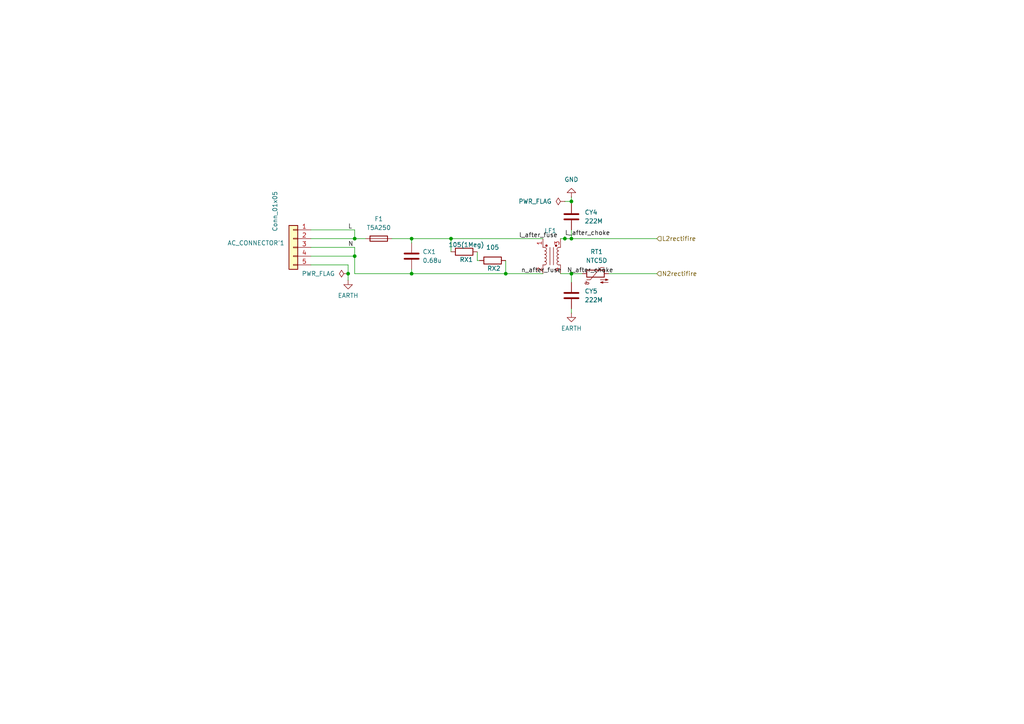
<source format=kicad_sch>
(kicad_sch (version 20250114) (generator "eeschema") (generator_version "9.0")
  (paper "A4")
  (lib_symbols
    (symbol "Connector_Generic:Conn_01x05" (pin_names (offset 1.016) (hide yes))
      (property "Reference" "J" (at 0 7.62 0))
      (property "Value" "Conn_01x05" (at 0 -7.62 0))
      (symbol "Conn_01x05_1_1"
        (rectangle (start -1.27 6.35) (end 1.27 -6.35) (stroke (width 0.254)) (fill (type background)))
        (rectangle (start -1.27 5.207) (end 0 4.953) (stroke (width 0.1524)))
        (rectangle (start -1.27 2.667) (end 0 2.413) (stroke (width 0.1524)))
        (rectangle (start -1.27 0.127) (end 0 -0.127) (stroke (width 0.1524)))
        (rectangle (start -1.27 -2.413) (end 0 -2.667) (stroke (width 0.1524)))
        (rectangle (start -1.27 -4.953) (end 0 -5.207) (stroke (width 0.1524)))
        (pin passive line (at -5.08 5.08 0) (length 3.81) (name "Pin_1") (number "1"))
        (pin passive line (at -5.08 2.54 0) (length 3.81) (name "Pin_2") (number "2"))
        (pin passive line (at -5.08 0 0) (length 3.81) (name "Pin_3") (number "3"))
        (pin passive line (at -5.08 -2.54 0) (length 3.81) (name "Pin_4") (number "4"))
        (pin passive line (at -5.08 -5.08 0) (length 3.81) (name "Pin_5") (number "5"))
      )
    )
    (symbol "Device:C" (pin_numbers (hide yes)) (pin_names (offset 0.254))
      (property "Reference" "C" (at 0.635 2.54 0))
      (property "Value" "C" (at 0.635 -2.54 0))
      (symbol "C_0_1"
        (polyline (pts (xy -2.032 0.762) (xy 2.032 0.762)) (stroke (width 0.508)))
        (polyline (pts (xy -2.032 -0.762) (xy 2.032 -0.762)) (stroke (width 0.508)))
      )
      (symbol "C_1_1"
        (pin passive line (at 0 3.81 270) (length 2.794) (name "~") (number "1"))
        (pin passive line (at 0 -3.81 90) (length 2.794) (name "~") (number "2"))
      )
    )
    (symbol "Device:Fuse" (pin_numbers (hide yes)) (pin_names (offset 0))
      (property "Reference" "F" (at 2.032 0 90))
      (property "Value" "Fuse" (at -1.905 0 90))
      (symbol "Fuse_0_1"
        (rectangle (start -0.762 -2.54) (end 0.762 2.54) (stroke (width 0.254)))
        (polyline (pts (xy 0 2.54) (xy 0 -2.54)))
      )
      (symbol "Fuse_1_1"
        (pin passive line (at 0 3.81 270) (length 1.27) (name "~") (number "1"))
        (pin passive line (at 0 -3.81 90) (length 1.27) (name "~") (number "2"))
      )
    )
    (symbol "Device:R" (pin_numbers (hide yes)) (pin_names (offset 0))
      (property "Reference" "R" (at 2.032 0 90))
      (property "Value" "R" (at 0 0 90))
      (symbol "R_0_1"
        (rectangle (start -1.016 -2.54) (end 1.016 2.54) (stroke (width 0.254)))
      )
      (symbol "R_1_1"
        (pin passive line (at 0 3.81 270) (length 1.27) (name "~") (number "1"))
        (pin passive line (at 0 -3.81 90) (length 1.27) (name "~") (number "2"))
      )
    )
    (symbol "Device:Thermistor_NTC" (pin_numbers (hide yes)) (pin_names (offset 0))
      (property "Reference" "TH" (at -4.445 0 90))
      (property "Value" "Thermistor_NTC" (at 3.175 0 90))
      (symbol "Thermistor_NTC_0_1"
        (arc (start -3.175 2.413) (mid -3.0506 2.3165) (end -3.048 2.159))
        (arc (start -3.048 2.794) (mid -2.9736 2.9736) (end -2.794 3.048))
        (arc (start -2.794 3.048) (mid -2.6144 2.9736) (end -2.54 2.794))
        (arc (start -2.794 2.54) (mid -2.9736 2.6144) (end -3.048 2.794))
        (arc (start -2.794 1.905) (mid -2.9736 1.9794) (end -3.048 2.159))
        (arc (start -2.54 2.159) (mid -2.6144 1.9794) (end -2.794 1.905))
        (arc (start -2.159 2.794) (mid -2.434 2.5608) (end -2.794 2.54))
        (polyline (pts (xy -2.54 2.159) (xy -2.54 2.794)))
        (polyline (pts (xy -2.54 -3.683) (xy -2.54 -1.397) (xy -2.794 -2.159) (xy -2.286 -2.159) (xy -2.54 -1.397) (xy -2.54 -1.651)) (fill (type outline)))
        (polyline (pts (xy -1.778 2.54) (xy -1.778 1.524) (xy 1.778 -1.524) (xy 1.778 -2.54)))
        (polyline (pts (xy -1.778 -1.397) (xy -1.778 -3.683) (xy -2.032 -2.921) (xy -1.524 -2.921) (xy -1.778 -3.683) (xy -1.778 -3.429)) (fill (type outline)))
        (rectangle (start -1.016 2.54) (end 1.016 -2.54) (stroke (width 0.254)))
      )
      (symbol "Thermistor_NTC_1_1"
        (pin passive line (at 0 3.81 270) (length 1.27) (name "~") (number "1"))
        (pin passive line (at 0 -3.81 90) (length 1.27) (name "~") (number "2"))
      )
    )
    (symbol "Filter:Choke_Schaffner_RN102-0.3-02-12M" (pin_names (hide yes))
      (property "Reference" "FL" (at 0 5.08 0))
      (property "Value" "Choke_Schaffner_RN102-0.3-02-12M" (at 0 -5.08 0))
      (symbol "Choke_Schaffner_RN102-0.3-02-12M_1_1"
        (circle (center -3.048 1.524) (radius 0.254) (fill (type outline)))
        (circle (center -3.048 -1.27) (radius 0.254) (fill (type outline)))
        (polyline (pts (xy -2.54 2.032) (xy -2.54 2.54)))
        (polyline (pts (xy -2.54 0.508) (xy 2.54 0.508)))
        (polyline (pts (xy -2.54 -2.032) (xy -2.54 -2.54)))
        (arc (start -1.524 2.032) (mid -2.032 1.5262) (end -2.54 2.032))
        (arc (start -2.54 -2.032) (mid -2.032 -1.5262) (end -1.524 -2.032))
        (arc (start -0.508 2.032) (mid -1.016 1.5262) (end -1.524 2.032))
        (arc (start -1.524 -2.032) (mid -1.016 -1.5262) (end -0.508 -2.032))
        (arc (start 0.508 2.032) (mid 0 1.5262) (end -0.508 2.032))
        (arc (start -0.508 -2.032) (mid 0 -1.5262) (end 0.508 -2.032))
        (arc (start 1.524 2.032) (mid 1.016 1.5262) (end 0.508 2.032))
        (arc (start 0.508 -2.032) (mid 1.016 -1.5262) (end 1.524 -2.032))
        (arc (start 2.54 2.032) (mid 2.032 1.5262) (end 1.524 2.032))
        (arc (start 1.524 -2.032) (mid 2.032 -1.5262) (end 2.54 -2.032))
        (polyline (pts (xy 2.54 2.54) (xy 2.54 2.032)))
        (polyline (pts (xy 2.54 -0.508) (xy -2.54 -0.508)))
        (polyline (pts (xy 2.54 -2.032) (xy 2.54 -2.54)))
        (pin passive line (at -5.08 2.54 0) (length 2.54) (name "1") (number "1"))
        (pin passive line (at -5.08 -2.54 0) (length 2.54) (name "3") (number "3"))
        (pin passive line (at 5.08 2.54 180) (length 2.54) (name "2") (number "2"))
        (pin passive line (at 5.08 -2.54 180) (length 2.54) (name "4") (number "4"))
      )
    )
    (symbol "power:GND" (power) (pin_numbers (hide yes)) (pin_names (offset 0) (hide yes))
      (property "Value" "GND" (at 0 -3.81 0))
      (symbol "GND_0_1"
        (polyline (pts (xy 0 0) (xy 0 -1.27) (xy 1.27 -1.27) (xy 0 -2.54) (xy -1.27 -1.27) (xy 0 -1.27)))
      )
      (symbol "GND_1_1"
        (pin power_in line (at 0 0 270) (length 0) (name "~") (number "1"))
      )
    )
    (symbol "power:PWR_FLAG" (power) (pin_numbers (hide yes)) (pin_names (offset 0) (hide yes))
      (property "Value" "PWR_FLAG" (at 0 3.81 0))
      (symbol "PWR_FLAG_0_0"
        (pin power_out line (at 0 0 90) (length 0) (name "~") (number "1"))
      )
      (symbol "PWR_FLAG_0_1"
        (polyline (pts (xy 0 0) (xy 0 1.27) (xy -1.016 1.905) (xy 0 2.54) (xy 1.016 1.905) (xy 0 1.27)))
      )
    )
  )
  (junction (at 146.685 79.375))
  (junction (at 165.735 79.375))
  (junction (at 102.87 69.215))
  (junction (at 163.83 69.215))
  (junction (at 119.38 69.215))
  (junction (at 102.87 74.295))
  (junction (at 119.38 79.375))
  (junction (at 165.735 69.215))
  (junction (at 130.81 69.215))
  (junction (at 100.965 79.375))
  (junction (at 165.735 58.42))
  (wire (pts (xy 138.43 75.565) (xy 139.065 75.565)))
  (wire (pts (xy 102.87 69.215) (xy 90.17 69.215)))
  (wire (pts (xy 165.735 79.375) (xy 165.735 81.915)))
  (wire (pts (xy 165.735 69.215) (xy 190.5 69.215)))
  (wire (pts (xy 119.38 69.215) (xy 130.81 69.215)))
  (wire (pts (xy 102.87 71.755) (xy 102.87 74.295)))
  (wire (pts (xy 102.87 74.295) (xy 102.87 79.375)))
  (wire (pts (xy 102.87 66.675) (xy 102.87 69.215)))
  (wire (pts (xy 90.17 71.755) (xy 102.87 71.755)))
  (wire (pts (xy 163.83 68.58) (xy 163.83 69.215)))
  (wire (pts (xy 119.38 79.375) (xy 119.38 78.105)))
  (wire (pts (xy 165.735 79.375) (xy 168.91 79.375)))
  (wire (pts (xy 119.38 69.215) (xy 119.38 70.485)))
  (wire (pts (xy 119.38 79.375) (xy 146.685 79.375)))
  (wire (pts (xy 138.43 73.025) (xy 138.43 75.565)))
  (wire (pts (xy 165.735 89.535) (xy 165.735 90.805)))
  (wire (pts (xy 146.685 79.375) (xy 157.48 79.375)))
  (wire (pts (xy 162.56 79.375) (xy 165.735 79.375)))
  (wire (pts (xy 162.56 69.215) (xy 163.83 69.215)))
  (wire (pts (xy 165.735 66.675) (xy 165.735 69.215)))
  (wire (pts (xy 106.045 69.215) (xy 102.87 69.215)))
  (wire (pts (xy 130.81 73.025) (xy 130.81 69.215)))
  (wire (pts (xy 163.83 58.42) (xy 165.735 58.42)))
  (wire (pts (xy 163.83 69.215) (xy 165.735 69.215)))
  (wire (pts (xy 113.665 69.215) (xy 119.38 69.215)))
  (wire (pts (xy 90.17 66.675) (xy 102.87 66.675)))
  (wire (pts (xy 100.965 81.28) (xy 100.965 79.375)))
  (wire (pts (xy 102.87 74.295) (xy 90.17 74.295)))
  (wire (pts (xy 146.685 75.565) (xy 146.685 79.375)))
  (wire (pts (xy 130.81 69.215) (xy 157.48 69.215)))
  (wire (pts (xy 165.735 57.15) (xy 165.735 58.42)))
  (wire (pts (xy 100.965 76.835) (xy 90.17 76.835)))
  (wire (pts (xy 119.38 79.375) (xy 102.87 79.375)))
  (wire (pts (xy 165.735 58.42) (xy 165.735 59.055)))
  (wire (pts (xy 100.965 79.375) (xy 100.965 76.835)))
  (wire (pts (xy 176.53 79.375) (xy 190.5 79.375)))
  (label "N" (at 100.965 71.755 0))
  (label "L" (at 100.965 66.675 0))
  (label "l_after_fuse" (at 150.495 69.215 0))
  (label "L_after_choke" (at 163.83 68.58 0))
  (label "n_after_fuse" (at 151.13 79.375 0))
  (label "N_after_choke" (at 164.465 79.375 0))
  (hierarchical_label "N2rectifire" (shape input) (at 190.5 79.375 0))
  (hierarchical_label "L2rectifire" (shape input) (at 190.5 69.215 0))
  (symbol (lib_id "power:GND") (at 165.735 57.15 180) (unit 1)
    (property "Reference" "#PWR03" (effects (hide yes)))
    (property "Value" "GND" (at 165.735 52.07 0))
    (property "Description" "Power symbol creates a global label with name \"GND\" , ground" (effects (hide yes)))
  )
  (symbol (lib_id "Connector_Generic:Conn_01x05") (at 85.09 71.755 0) (mirror y) (unit 1)
    (property "Reference" "AC_CONNECTOR'1" (at 82.55 70.4849 0) (effects (justify left)))
    (property "Value" "Conn_01x05" (at 79.756 67.183 90) (effects (justify left)))
    (property "Footprint" "TerminalBlock:TerminalBlock_MaiXu_MX126-5.0-05P_1x05_P5.00mm" (effects (hide yes)))
    (property "Description" "Generic connector, single row, 01x05, script generated (kicad-library-utils/schlib/autogen/connector/)" (effects (hide yes)))
  )
  (symbol (lib_id "Device:Thermistor_NTC") (at 172.72 79.375 90) (unit 1)
    (property "Reference" "RT1" (at 173.0375 73.025 90))
    (property "Value" "NTC5D" (at 173.0375 75.565 90))
    (property "Footprint" "Varistor:RV_Disc_D7mm_W3.4mm_P5mm" (effects (hide yes)))
    (property "Datasheet" "https://jlcpcb.com/api/file/downloadByFileSystemAccessId/8603098474842251264" (effects (hide yes)))
    (property "Description" "Temperature dependent resistor, negative temperature coefficient" (effects (hide yes)))
  )
  (symbol (lib_id "power:GND") (at 100.965 81.28 0) (unit 1)
    (property "Reference" "#PWR01" (effects (hide yes)))
    (property "Value" "EARTH" (at 100.965 85.725 0))
    (property "Description" "Power symbol creates a global label with name \"GND\" , ground" (effects (hide yes)))
  )
  (symbol (lib_id "Device:C") (at 165.735 62.865 0) (unit 1)
    (property "Reference" "CY4" (at 169.545 61.5949 0) (effects (justify left)))
    (property "Value" "222M" (at 169.545 64.1349 0) (effects (justify left)))
    (property "Footprint" "Capacitor_THT:C_Disc_D7.5mm_W5.0mm_P5.00mm" (effects (hide yes)))
    (property "Description" "Unpolarized capacitor" (effects (hide yes)))
  )
  (symbol (lib_id "Device:C") (at 165.735 85.725 0) (unit 1)
    (property "Reference" "CY5" (at 169.545 84.4549 0) (effects (justify left)))
    (property "Value" "222M" (at 169.545 86.9949 0) (effects (justify left)))
    (property "Footprint" "Capacitor_THT:C_Disc_D7.5mm_W5.0mm_P5.00mm" (effects (hide yes)))
    (property "Datasheet" "https://www.mouser.com/catalog/supplier/library/pdf/MurataHighVoltageCeramic.pdf" (effects (hide yes)))
    (property "Description" "Unpolarized capacitor" (effects (hide yes)))
  )
  (symbol (lib_id "Filter:Choke_Schaffner_RN102-0.3-02-12M") (at 160.02 74.295 90) (mirror x) (unit 1)
    (property "Reference" "LF1" (at 161.417 66.929 90) (effects (justify left)))
    (property "Value" "Choke_Schaffner_RN102-0.3-02-12M" (effects (hide yes)))
    (property "Footprint" "Inductor_THT:Choke_Schaffner_RN102-04-14.0x14.0mm" (effects (hide yes)))
    (property "Datasheet" "https://www.schaffner.com/products/download/product/datasheet/rn-series-common-mode-chokes-new/" (effects (hide yes)))
    (property "Description" "Common mode choke, 300mA, 300VAC, 12mH, 1.1 ohm, RN-102" (effects (hide yes)))
  )
  (symbol (lib_id "power:PWR_FLAG") (at 163.83 58.42 90) (unit 1)
    (property "Reference" "#FLG03" (effects (hide yes)))
    (property "Value" "PWR_FLAG" (at 160.02 58.4199 90) (effects (justify left)))
    (property "Description" "Special symbol for telling ERC where power comes from" (effects (hide yes)))
  )
  (symbol (lib_id "power:PWR_FLAG") (at 100.965 79.375 90) (unit 1)
    (property "Reference" "#FLG04" (effects (hide yes)))
    (property "Value" "PWR_FLAG" (at 97.155 79.3749 90) (effects (justify left)))
    (property "Description" "Special symbol for telling ERC where power comes from" (effects (hide yes)))
  )
  (symbol (lib_id "power:GND") (at 165.735 90.805 0) (unit 1)
    (property "Reference" "#PWR02" (effects (hide yes)))
    (property "Value" "EARTH" (at 165.735 95.25 0))
    (property "Description" "Power symbol creates a global label with name \"GND\" , ground" (effects (hide yes)))
  )
  (symbol (lib_id "Device:Fuse") (at 109.855 69.215 90) (unit 1)
    (property "Reference" "F1" (at 109.855 63.5 90))
    (property "Value" "T5A250" (at 109.855 66.04 90))
    (property "Footprint" "Capacitor_THT:C_Disc_D4.3mm_W1.9mm_P5.00mm" (effects (hide yes)))
    (property "Description" "Fuse" (effects (hide yes)))
  )
  (symbol (lib_id "Device:R") (at 134.62 73.025 90) (unit 1)
    (property "Reference" "RX1" (at 135.255 75.311 90))
    (property "Value" "105(1Meg)" (at 135.255 70.993 90))
    (property "Footprint" "Resistor_SMD:R_0603_1608Metric" (effects (hide yes)))
    (property "Description" "Resistor" (effects (hide yes)))
  )
  (symbol (lib_id "Device:R") (at 142.875 75.565 90) (unit 1)
    (property "Reference" "RX2" (at 143.256 77.851 90))
    (property "Value" "105" (at 142.875 71.755 90))
    (property "Footprint" "Resistor_SMD:R_0603_1608Metric" (effects (hide yes)))
    (property "Description" "Resistor" (effects (hide yes)))
  )
  (symbol (lib_id "Device:C") (at 119.38 74.295 0) (unit 1)
    (property "Reference" "CX1" (at 122.555 73.0249 0) (effects (justify left)))
    (property "Value" "0.68u" (at 122.555 75.5649 0) (effects (justify left)))
    (property "Footprint" "Capacitor_THT:C_Rect_L13.0mm_W5.0mm_P10.00mm_FKS3_FKP3_MKS4" (effects (hide yes)))
    (property "Description" "Unpolarized capacitor" (effects (hide yes)))
  )
)
</source>
